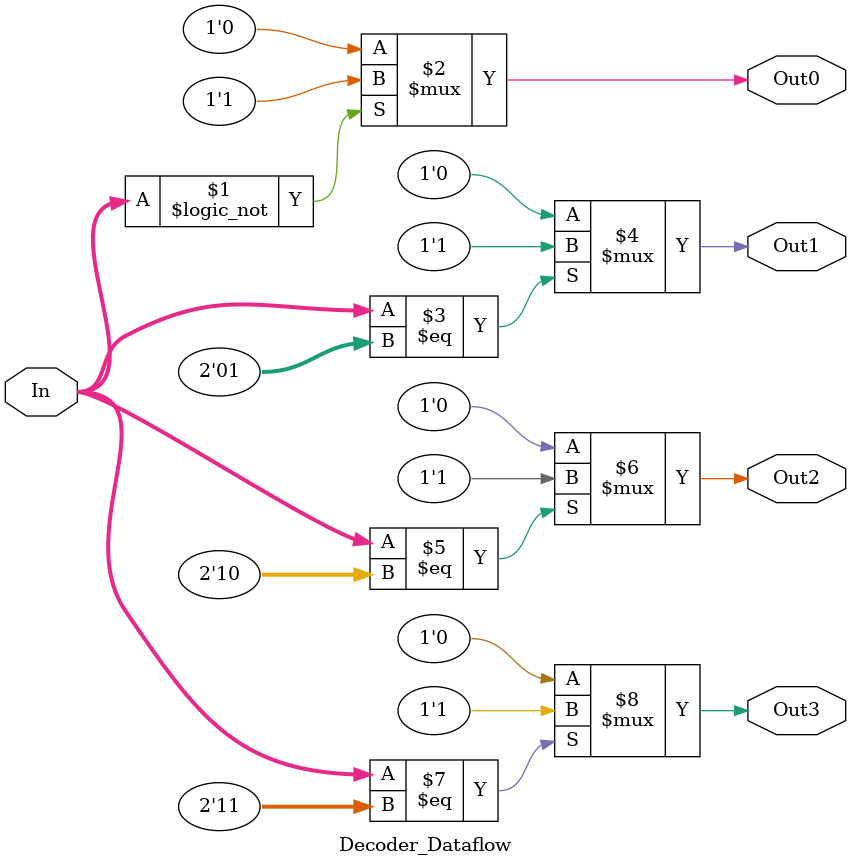
<source format=v>
module Decoder_Dataflow(Out0, Out1, Out2, Out3, In);

//input & output
output Out0, Out1, Out2, Out3;
input [1:0] In; //2bit
wire Out0, Out1, Out2, Out3;

//define module
assign Out0 = 
	(In == 2'b00) ? 1'b1 : 1'b0;
	
assign Out1 = 
	(In == 2'b01) ? 1'b1 : 1'b0;
	
assign Out2 = 
	(In == 2'b10) ? 1'b1 : 1'b0;
	
assign Out3 = 
	(In == 2'b11) ? 1'b1 : 1'b0;
	
endmodule 
</source>
